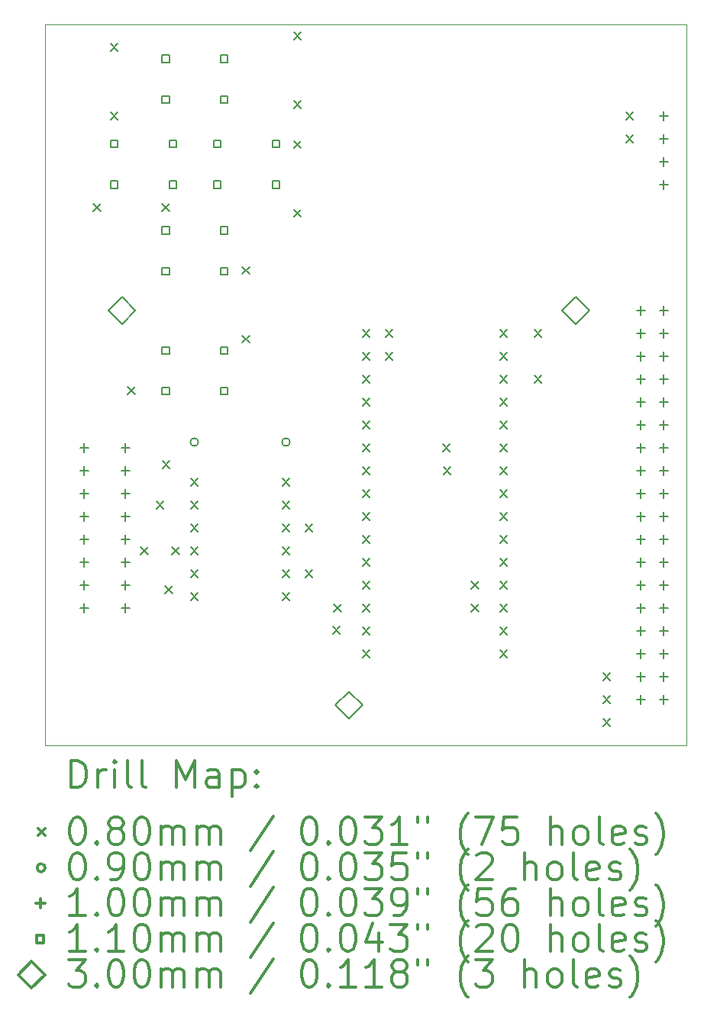
<source format=gbr>
%FSLAX45Y45*%
G04 Gerber Fmt 4.5, Leading zero omitted, Abs format (unit mm)*
G04 Created by KiCad (PCBNEW (5.1.5)-3) date 2022-12-19 02:04:39*
%MOMM*%
%LPD*%
G04 APERTURE LIST*
%TA.AperFunction,Profile*%
%ADD10C,0.050000*%
%TD*%
%ADD11C,0.200000*%
%ADD12C,0.300000*%
G04 APERTURE END LIST*
D10*
X5080000Y-11557000D02*
X12192000Y-11557000D01*
X5080000Y-3556000D02*
X5080000Y-11557000D01*
X12192000Y-3556000D02*
X5080000Y-3556000D01*
X12192000Y-11557000D02*
X12192000Y-3556000D01*
D11*
X5992500Y-7580000D02*
X6072500Y-7660000D01*
X6072500Y-7580000D02*
X5992500Y-7660000D01*
X6135000Y-9358000D02*
X6215000Y-9438000D01*
X6215000Y-9358000D02*
X6135000Y-9438000D01*
X6310000Y-8850000D02*
X6390000Y-8930000D01*
X6390000Y-8850000D02*
X6310000Y-8930000D01*
X6376444Y-8402556D02*
X6456444Y-8482556D01*
X6456444Y-8402556D02*
X6376444Y-8482556D01*
X6407688Y-9788688D02*
X6487688Y-9868688D01*
X6487688Y-9788688D02*
X6407688Y-9868688D01*
X6485000Y-9358000D02*
X6565000Y-9438000D01*
X6565000Y-9358000D02*
X6485000Y-9438000D01*
X7961000Y-9104000D02*
X8041000Y-9184000D01*
X8041000Y-9104000D02*
X7961000Y-9184000D01*
X7961000Y-9612000D02*
X8041000Y-9692000D01*
X8041000Y-9612000D02*
X7961000Y-9692000D01*
X8265800Y-10236840D02*
X8345800Y-10316840D01*
X8345800Y-10236840D02*
X8265800Y-10316840D01*
X8278500Y-9993001D02*
X8358500Y-10073001D01*
X8358500Y-9993001D02*
X8278500Y-10073001D01*
X8850000Y-6945000D02*
X8930000Y-7025000D01*
X8930000Y-6945000D02*
X8850000Y-7025000D01*
X8850000Y-7199000D02*
X8930000Y-7279000D01*
X8930000Y-7199000D02*
X8850000Y-7279000D01*
X9485001Y-8215000D02*
X9565001Y-8295000D01*
X9565001Y-8215000D02*
X9485001Y-8295000D01*
X9493001Y-8469000D02*
X9573001Y-8549000D01*
X9573001Y-8469000D02*
X9493001Y-8549000D01*
X9802500Y-9739000D02*
X9882500Y-9819000D01*
X9882500Y-9739000D02*
X9802500Y-9819000D01*
X9802500Y-9993000D02*
X9882500Y-10073000D01*
X9882500Y-9993000D02*
X9802500Y-10073000D01*
X10501000Y-6943999D02*
X10581000Y-7023999D01*
X10581000Y-6943999D02*
X10501000Y-7023999D01*
X10501000Y-7453000D02*
X10581000Y-7533000D01*
X10581000Y-7453000D02*
X10501000Y-7533000D01*
X11263000Y-11009000D02*
X11343000Y-11089000D01*
X11343000Y-11009000D02*
X11263000Y-11089000D01*
X11263000Y-11263000D02*
X11343000Y-11343000D01*
X11343000Y-11263000D02*
X11263000Y-11343000D01*
X11263140Y-10755140D02*
X11343140Y-10835140D01*
X11343140Y-10755140D02*
X11263140Y-10835140D01*
X11517000Y-4532000D02*
X11597000Y-4612000D01*
X11597000Y-4532000D02*
X11517000Y-4612000D01*
X11517000Y-4786000D02*
X11597000Y-4866000D01*
X11597000Y-4786000D02*
X11517000Y-4866000D01*
X7834000Y-4849500D02*
X7914000Y-4929500D01*
X7914000Y-4849500D02*
X7834000Y-4929500D01*
X7834000Y-5611500D02*
X7914000Y-5691500D01*
X7914000Y-5611500D02*
X7834000Y-5691500D01*
X7834000Y-3643000D02*
X7914000Y-3723000D01*
X7914000Y-3643000D02*
X7834000Y-3723000D01*
X7834000Y-4405000D02*
X7914000Y-4485000D01*
X7914000Y-4405000D02*
X7834000Y-4485000D01*
X5802000Y-3770000D02*
X5882000Y-3850000D01*
X5882000Y-3770000D02*
X5802000Y-3850000D01*
X5802000Y-4532000D02*
X5882000Y-4612000D01*
X5882000Y-4532000D02*
X5802000Y-4612000D01*
X8596000Y-6945000D02*
X8676000Y-7025000D01*
X8676000Y-6945000D02*
X8596000Y-7025000D01*
X8596000Y-7199000D02*
X8676000Y-7279000D01*
X8676000Y-7199000D02*
X8596000Y-7279000D01*
X8596000Y-7453000D02*
X8676000Y-7533000D01*
X8676000Y-7453000D02*
X8596000Y-7533000D01*
X8596000Y-7707000D02*
X8676000Y-7787000D01*
X8676000Y-7707000D02*
X8596000Y-7787000D01*
X8596000Y-7961000D02*
X8676000Y-8041000D01*
X8676000Y-7961000D02*
X8596000Y-8041000D01*
X8596000Y-8215000D02*
X8676000Y-8295000D01*
X8676000Y-8215000D02*
X8596000Y-8295000D01*
X8596000Y-8469000D02*
X8676000Y-8549000D01*
X8676000Y-8469000D02*
X8596000Y-8549000D01*
X8596000Y-8723000D02*
X8676000Y-8803000D01*
X8676000Y-8723000D02*
X8596000Y-8803000D01*
X8596000Y-8977000D02*
X8676000Y-9057000D01*
X8676000Y-8977000D02*
X8596000Y-9057000D01*
X8596000Y-9231000D02*
X8676000Y-9311000D01*
X8676000Y-9231000D02*
X8596000Y-9311000D01*
X8596000Y-9485000D02*
X8676000Y-9565000D01*
X8676000Y-9485000D02*
X8596000Y-9565000D01*
X8596000Y-9739000D02*
X8676000Y-9819000D01*
X8676000Y-9739000D02*
X8596000Y-9819000D01*
X8596000Y-9993000D02*
X8676000Y-10073000D01*
X8676000Y-9993000D02*
X8596000Y-10073000D01*
X8596000Y-10247000D02*
X8676000Y-10327000D01*
X8676000Y-10247000D02*
X8596000Y-10327000D01*
X8596000Y-10501000D02*
X8676000Y-10581000D01*
X8676000Y-10501000D02*
X8596000Y-10581000D01*
X10120000Y-6945000D02*
X10200000Y-7025000D01*
X10200000Y-6945000D02*
X10120000Y-7025000D01*
X10120000Y-7199000D02*
X10200000Y-7279000D01*
X10200000Y-7199000D02*
X10120000Y-7279000D01*
X10120000Y-7453000D02*
X10200000Y-7533000D01*
X10200000Y-7453000D02*
X10120000Y-7533000D01*
X10120000Y-7707000D02*
X10200000Y-7787000D01*
X10200000Y-7707000D02*
X10120000Y-7787000D01*
X10120000Y-7961000D02*
X10200000Y-8041000D01*
X10200000Y-7961000D02*
X10120000Y-8041000D01*
X10120000Y-8215000D02*
X10200000Y-8295000D01*
X10200000Y-8215000D02*
X10120000Y-8295000D01*
X10120000Y-8469000D02*
X10200000Y-8549000D01*
X10200000Y-8469000D02*
X10120000Y-8549000D01*
X10120000Y-8723000D02*
X10200000Y-8803000D01*
X10200000Y-8723000D02*
X10120000Y-8803000D01*
X10120000Y-8977000D02*
X10200000Y-9057000D01*
X10200000Y-8977000D02*
X10120000Y-9057000D01*
X10120000Y-9231000D02*
X10200000Y-9311000D01*
X10200000Y-9231000D02*
X10120000Y-9311000D01*
X10120000Y-9485000D02*
X10200000Y-9565000D01*
X10200000Y-9485000D02*
X10120000Y-9565000D01*
X10120000Y-9739000D02*
X10200000Y-9819000D01*
X10200000Y-9739000D02*
X10120000Y-9819000D01*
X10120000Y-9993000D02*
X10200000Y-10073000D01*
X10200000Y-9993000D02*
X10120000Y-10073000D01*
X10120000Y-10247000D02*
X10200000Y-10327000D01*
X10200000Y-10247000D02*
X10120000Y-10327000D01*
X10120000Y-10501000D02*
X10200000Y-10581000D01*
X10200000Y-10501000D02*
X10120000Y-10581000D01*
X7262500Y-6246500D02*
X7342500Y-6326500D01*
X7342500Y-6246500D02*
X7262500Y-6326500D01*
X7262500Y-7008500D02*
X7342500Y-7088500D01*
X7342500Y-7008500D02*
X7262500Y-7088500D01*
X5611500Y-5548000D02*
X5691500Y-5628000D01*
X5691500Y-5548000D02*
X5611500Y-5628000D01*
X6373500Y-5548000D02*
X6453500Y-5628000D01*
X6453500Y-5548000D02*
X6373500Y-5628000D01*
X6691000Y-8596000D02*
X6771000Y-8676000D01*
X6771000Y-8596000D02*
X6691000Y-8676000D01*
X6691000Y-8850000D02*
X6771000Y-8930000D01*
X6771000Y-8850000D02*
X6691000Y-8930000D01*
X6691000Y-9104000D02*
X6771000Y-9184000D01*
X6771000Y-9104000D02*
X6691000Y-9184000D01*
X6691000Y-9358000D02*
X6771000Y-9438000D01*
X6771000Y-9358000D02*
X6691000Y-9438000D01*
X6691000Y-9612000D02*
X6771000Y-9692000D01*
X6771000Y-9612000D02*
X6691000Y-9692000D01*
X6691000Y-9866000D02*
X6771000Y-9946000D01*
X6771000Y-9866000D02*
X6691000Y-9946000D01*
X7707000Y-8596000D02*
X7787000Y-8676000D01*
X7787000Y-8596000D02*
X7707000Y-8676000D01*
X7707000Y-8850000D02*
X7787000Y-8930000D01*
X7787000Y-8850000D02*
X7707000Y-8930000D01*
X7707000Y-9104000D02*
X7787000Y-9184000D01*
X7787000Y-9104000D02*
X7707000Y-9184000D01*
X7707000Y-9358000D02*
X7787000Y-9438000D01*
X7787000Y-9358000D02*
X7707000Y-9438000D01*
X7707000Y-9612000D02*
X7787000Y-9692000D01*
X7787000Y-9612000D02*
X7707000Y-9692000D01*
X7707000Y-9866000D02*
X7787000Y-9946000D01*
X7787000Y-9866000D02*
X7707000Y-9946000D01*
X6776000Y-8191500D02*
G75*
G03X6776000Y-8191500I-45000J0D01*
G01*
X7792000Y-8191500D02*
G75*
G03X7792000Y-8191500I-45000J0D01*
G01*
X11938000Y-4522000D02*
X11938000Y-4622000D01*
X11888000Y-4572000D02*
X11988000Y-4572000D01*
X11938000Y-4776000D02*
X11938000Y-4876000D01*
X11888000Y-4826000D02*
X11988000Y-4826000D01*
X11938000Y-5030000D02*
X11938000Y-5130000D01*
X11888000Y-5080000D02*
X11988000Y-5080000D01*
X11938000Y-5284000D02*
X11938000Y-5384000D01*
X11888000Y-5334000D02*
X11988000Y-5334000D01*
X5511800Y-8205000D02*
X5511800Y-8305000D01*
X5461800Y-8255000D02*
X5561800Y-8255000D01*
X5511800Y-8459000D02*
X5511800Y-8559000D01*
X5461800Y-8509000D02*
X5561800Y-8509000D01*
X5511800Y-8713000D02*
X5511800Y-8813000D01*
X5461800Y-8763000D02*
X5561800Y-8763000D01*
X5511800Y-8967000D02*
X5511800Y-9067000D01*
X5461800Y-9017000D02*
X5561800Y-9017000D01*
X5511800Y-9221000D02*
X5511800Y-9321000D01*
X5461800Y-9271000D02*
X5561800Y-9271000D01*
X5511800Y-9475000D02*
X5511800Y-9575000D01*
X5461800Y-9525000D02*
X5561800Y-9525000D01*
X5511800Y-9729000D02*
X5511800Y-9829000D01*
X5461800Y-9779000D02*
X5561800Y-9779000D01*
X5511800Y-9983000D02*
X5511800Y-10083000D01*
X5461800Y-10033000D02*
X5561800Y-10033000D01*
X5969000Y-8205000D02*
X5969000Y-8305000D01*
X5919000Y-8255000D02*
X6019000Y-8255000D01*
X5969000Y-8459000D02*
X5969000Y-8559000D01*
X5919000Y-8509000D02*
X6019000Y-8509000D01*
X5969000Y-8713000D02*
X5969000Y-8813000D01*
X5919000Y-8763000D02*
X6019000Y-8763000D01*
X5969000Y-8967000D02*
X5969000Y-9067000D01*
X5919000Y-9017000D02*
X6019000Y-9017000D01*
X5969000Y-9221000D02*
X5969000Y-9321000D01*
X5919000Y-9271000D02*
X6019000Y-9271000D01*
X5969000Y-9475000D02*
X5969000Y-9575000D01*
X5919000Y-9525000D02*
X6019000Y-9525000D01*
X5969000Y-9729000D02*
X5969000Y-9829000D01*
X5919000Y-9779000D02*
X6019000Y-9779000D01*
X5969000Y-9983000D02*
X5969000Y-10083000D01*
X5919000Y-10033000D02*
X6019000Y-10033000D01*
X11684000Y-6681000D02*
X11684000Y-6781000D01*
X11634000Y-6731000D02*
X11734000Y-6731000D01*
X11684000Y-6935000D02*
X11684000Y-7035000D01*
X11634000Y-6985000D02*
X11734000Y-6985000D01*
X11684000Y-7189000D02*
X11684000Y-7289000D01*
X11634000Y-7239000D02*
X11734000Y-7239000D01*
X11684000Y-7443000D02*
X11684000Y-7543000D01*
X11634000Y-7493000D02*
X11734000Y-7493000D01*
X11684000Y-7697000D02*
X11684000Y-7797000D01*
X11634000Y-7747000D02*
X11734000Y-7747000D01*
X11684000Y-7951000D02*
X11684000Y-8051000D01*
X11634000Y-8001000D02*
X11734000Y-8001000D01*
X11684000Y-8205000D02*
X11684000Y-8305000D01*
X11634000Y-8255000D02*
X11734000Y-8255000D01*
X11684000Y-8459000D02*
X11684000Y-8559000D01*
X11634000Y-8509000D02*
X11734000Y-8509000D01*
X11684000Y-8713000D02*
X11684000Y-8813000D01*
X11634000Y-8763000D02*
X11734000Y-8763000D01*
X11684000Y-8967000D02*
X11684000Y-9067000D01*
X11634000Y-9017000D02*
X11734000Y-9017000D01*
X11684000Y-9221000D02*
X11684000Y-9321000D01*
X11634000Y-9271000D02*
X11734000Y-9271000D01*
X11684000Y-9475000D02*
X11684000Y-9575000D01*
X11634000Y-9525000D02*
X11734000Y-9525000D01*
X11684000Y-9729000D02*
X11684000Y-9829000D01*
X11634000Y-9779000D02*
X11734000Y-9779000D01*
X11684000Y-9983000D02*
X11684000Y-10083000D01*
X11634000Y-10033000D02*
X11734000Y-10033000D01*
X11684000Y-10237000D02*
X11684000Y-10337000D01*
X11634000Y-10287000D02*
X11734000Y-10287000D01*
X11684000Y-10491000D02*
X11684000Y-10591000D01*
X11634000Y-10541000D02*
X11734000Y-10541000D01*
X11684000Y-10745000D02*
X11684000Y-10845000D01*
X11634000Y-10795000D02*
X11734000Y-10795000D01*
X11684000Y-10999000D02*
X11684000Y-11099000D01*
X11634000Y-11049000D02*
X11734000Y-11049000D01*
X11938000Y-6681000D02*
X11938000Y-6781000D01*
X11888000Y-6731000D02*
X11988000Y-6731000D01*
X11938000Y-6935000D02*
X11938000Y-7035000D01*
X11888000Y-6985000D02*
X11988000Y-6985000D01*
X11938000Y-7189000D02*
X11938000Y-7289000D01*
X11888000Y-7239000D02*
X11988000Y-7239000D01*
X11938000Y-7443000D02*
X11938000Y-7543000D01*
X11888000Y-7493000D02*
X11988000Y-7493000D01*
X11938000Y-7697000D02*
X11938000Y-7797000D01*
X11888000Y-7747000D02*
X11988000Y-7747000D01*
X11938000Y-7951000D02*
X11938000Y-8051000D01*
X11888000Y-8001000D02*
X11988000Y-8001000D01*
X11938000Y-8205000D02*
X11938000Y-8305000D01*
X11888000Y-8255000D02*
X11988000Y-8255000D01*
X11938000Y-8459000D02*
X11938000Y-8559000D01*
X11888000Y-8509000D02*
X11988000Y-8509000D01*
X11938000Y-8713000D02*
X11938000Y-8813000D01*
X11888000Y-8763000D02*
X11988000Y-8763000D01*
X11938000Y-8967000D02*
X11938000Y-9067000D01*
X11888000Y-9017000D02*
X11988000Y-9017000D01*
X11938000Y-9221000D02*
X11938000Y-9321000D01*
X11888000Y-9271000D02*
X11988000Y-9271000D01*
X11938000Y-9475000D02*
X11938000Y-9575000D01*
X11888000Y-9525000D02*
X11988000Y-9525000D01*
X11938000Y-9729000D02*
X11938000Y-9829000D01*
X11888000Y-9779000D02*
X11988000Y-9779000D01*
X11938000Y-9983000D02*
X11938000Y-10083000D01*
X11888000Y-10033000D02*
X11988000Y-10033000D01*
X11938000Y-10237000D02*
X11938000Y-10337000D01*
X11888000Y-10287000D02*
X11988000Y-10287000D01*
X11938000Y-10491000D02*
X11938000Y-10591000D01*
X11888000Y-10541000D02*
X11988000Y-10541000D01*
X11938000Y-10745000D02*
X11938000Y-10845000D01*
X11888000Y-10795000D02*
X11988000Y-10795000D01*
X11938000Y-10999000D02*
X11938000Y-11099000D01*
X11888000Y-11049000D02*
X11988000Y-11049000D01*
X6452391Y-5880891D02*
X6452391Y-5803109D01*
X6374609Y-5803109D01*
X6374609Y-5880891D01*
X6452391Y-5880891D01*
X6452391Y-6330891D02*
X6452391Y-6253109D01*
X6374609Y-6253109D01*
X6374609Y-6330891D01*
X6452391Y-6330891D01*
X7102391Y-5880891D02*
X7102391Y-5803109D01*
X7024609Y-5803109D01*
X7024609Y-5880891D01*
X7102391Y-5880891D01*
X7102391Y-6330891D02*
X7102391Y-6253109D01*
X7024609Y-6253109D01*
X7024609Y-6330891D01*
X7102391Y-6330891D01*
X6452391Y-3975891D02*
X6452391Y-3898109D01*
X6374609Y-3898109D01*
X6374609Y-3975891D01*
X6452391Y-3975891D01*
X6452391Y-4425891D02*
X6452391Y-4348109D01*
X6374609Y-4348109D01*
X6374609Y-4425891D01*
X6452391Y-4425891D01*
X7102391Y-3975891D02*
X7102391Y-3898109D01*
X7024609Y-3898109D01*
X7024609Y-3975891D01*
X7102391Y-3975891D01*
X7102391Y-4425891D02*
X7102391Y-4348109D01*
X7024609Y-4348109D01*
X7024609Y-4425891D01*
X7102391Y-4425891D01*
X5880891Y-4922891D02*
X5880891Y-4845109D01*
X5803109Y-4845109D01*
X5803109Y-4922891D01*
X5880891Y-4922891D01*
X5880891Y-5372891D02*
X5880891Y-5295109D01*
X5803109Y-5295109D01*
X5803109Y-5372891D01*
X5880891Y-5372891D01*
X6530891Y-4922891D02*
X6530891Y-4845109D01*
X6453109Y-4845109D01*
X6453109Y-4922891D01*
X6530891Y-4922891D01*
X6530891Y-5372891D02*
X6530891Y-5295109D01*
X6453109Y-5295109D01*
X6453109Y-5372891D01*
X6530891Y-5372891D01*
X6452391Y-7214391D02*
X6452391Y-7136609D01*
X6374609Y-7136609D01*
X6374609Y-7214391D01*
X6452391Y-7214391D01*
X6452391Y-7664391D02*
X6452391Y-7586609D01*
X6374609Y-7586609D01*
X6374609Y-7664391D01*
X6452391Y-7664391D01*
X7102391Y-7214391D02*
X7102391Y-7136609D01*
X7024609Y-7136609D01*
X7024609Y-7214391D01*
X7102391Y-7214391D01*
X7102391Y-7664391D02*
X7102391Y-7586609D01*
X7024609Y-7586609D01*
X7024609Y-7664391D01*
X7102391Y-7664391D01*
X7023891Y-4922891D02*
X7023891Y-4845109D01*
X6946109Y-4845109D01*
X6946109Y-4922891D01*
X7023891Y-4922891D01*
X7023891Y-5372891D02*
X7023891Y-5295109D01*
X6946109Y-5295109D01*
X6946109Y-5372891D01*
X7023891Y-5372891D01*
X7673891Y-4922891D02*
X7673891Y-4845109D01*
X7596109Y-4845109D01*
X7596109Y-4922891D01*
X7673891Y-4922891D01*
X7673891Y-5372891D02*
X7673891Y-5295109D01*
X7596109Y-5295109D01*
X7596109Y-5372891D01*
X7673891Y-5372891D01*
X10962000Y-6881000D02*
X11112000Y-6731000D01*
X10962000Y-6581000D01*
X10812000Y-6731000D01*
X10962000Y-6881000D01*
X5929000Y-6881000D02*
X6079000Y-6731000D01*
X5929000Y-6581000D01*
X5779000Y-6731000D01*
X5929000Y-6881000D01*
X8445500Y-11262500D02*
X8595500Y-11112500D01*
X8445500Y-10962500D01*
X8295500Y-11112500D01*
X8445500Y-11262500D01*
D12*
X5363928Y-12025214D02*
X5363928Y-11725214D01*
X5435357Y-11725214D01*
X5478214Y-11739500D01*
X5506786Y-11768071D01*
X5521071Y-11796643D01*
X5535357Y-11853786D01*
X5535357Y-11896643D01*
X5521071Y-11953786D01*
X5506786Y-11982357D01*
X5478214Y-12010929D01*
X5435357Y-12025214D01*
X5363928Y-12025214D01*
X5663928Y-12025214D02*
X5663928Y-11825214D01*
X5663928Y-11882357D02*
X5678214Y-11853786D01*
X5692500Y-11839500D01*
X5721071Y-11825214D01*
X5749643Y-11825214D01*
X5849643Y-12025214D02*
X5849643Y-11825214D01*
X5849643Y-11725214D02*
X5835357Y-11739500D01*
X5849643Y-11753786D01*
X5863928Y-11739500D01*
X5849643Y-11725214D01*
X5849643Y-11753786D01*
X6035357Y-12025214D02*
X6006786Y-12010929D01*
X5992500Y-11982357D01*
X5992500Y-11725214D01*
X6192500Y-12025214D02*
X6163928Y-12010929D01*
X6149643Y-11982357D01*
X6149643Y-11725214D01*
X6535357Y-12025214D02*
X6535357Y-11725214D01*
X6635357Y-11939500D01*
X6735357Y-11725214D01*
X6735357Y-12025214D01*
X7006786Y-12025214D02*
X7006786Y-11868071D01*
X6992500Y-11839500D01*
X6963928Y-11825214D01*
X6906786Y-11825214D01*
X6878214Y-11839500D01*
X7006786Y-12010929D02*
X6978214Y-12025214D01*
X6906786Y-12025214D01*
X6878214Y-12010929D01*
X6863928Y-11982357D01*
X6863928Y-11953786D01*
X6878214Y-11925214D01*
X6906786Y-11910929D01*
X6978214Y-11910929D01*
X7006786Y-11896643D01*
X7149643Y-11825214D02*
X7149643Y-12125214D01*
X7149643Y-11839500D02*
X7178214Y-11825214D01*
X7235357Y-11825214D01*
X7263928Y-11839500D01*
X7278214Y-11853786D01*
X7292500Y-11882357D01*
X7292500Y-11968071D01*
X7278214Y-11996643D01*
X7263928Y-12010929D01*
X7235357Y-12025214D01*
X7178214Y-12025214D01*
X7149643Y-12010929D01*
X7421071Y-11996643D02*
X7435357Y-12010929D01*
X7421071Y-12025214D01*
X7406786Y-12010929D01*
X7421071Y-11996643D01*
X7421071Y-12025214D01*
X7421071Y-11839500D02*
X7435357Y-11853786D01*
X7421071Y-11868071D01*
X7406786Y-11853786D01*
X7421071Y-11839500D01*
X7421071Y-11868071D01*
X4997500Y-12479500D02*
X5077500Y-12559500D01*
X5077500Y-12479500D02*
X4997500Y-12559500D01*
X5421071Y-12355214D02*
X5449643Y-12355214D01*
X5478214Y-12369500D01*
X5492500Y-12383786D01*
X5506786Y-12412357D01*
X5521071Y-12469500D01*
X5521071Y-12540929D01*
X5506786Y-12598071D01*
X5492500Y-12626643D01*
X5478214Y-12640929D01*
X5449643Y-12655214D01*
X5421071Y-12655214D01*
X5392500Y-12640929D01*
X5378214Y-12626643D01*
X5363928Y-12598071D01*
X5349643Y-12540929D01*
X5349643Y-12469500D01*
X5363928Y-12412357D01*
X5378214Y-12383786D01*
X5392500Y-12369500D01*
X5421071Y-12355214D01*
X5649643Y-12626643D02*
X5663928Y-12640929D01*
X5649643Y-12655214D01*
X5635357Y-12640929D01*
X5649643Y-12626643D01*
X5649643Y-12655214D01*
X5835357Y-12483786D02*
X5806786Y-12469500D01*
X5792500Y-12455214D01*
X5778214Y-12426643D01*
X5778214Y-12412357D01*
X5792500Y-12383786D01*
X5806786Y-12369500D01*
X5835357Y-12355214D01*
X5892500Y-12355214D01*
X5921071Y-12369500D01*
X5935357Y-12383786D01*
X5949643Y-12412357D01*
X5949643Y-12426643D01*
X5935357Y-12455214D01*
X5921071Y-12469500D01*
X5892500Y-12483786D01*
X5835357Y-12483786D01*
X5806786Y-12498071D01*
X5792500Y-12512357D01*
X5778214Y-12540929D01*
X5778214Y-12598071D01*
X5792500Y-12626643D01*
X5806786Y-12640929D01*
X5835357Y-12655214D01*
X5892500Y-12655214D01*
X5921071Y-12640929D01*
X5935357Y-12626643D01*
X5949643Y-12598071D01*
X5949643Y-12540929D01*
X5935357Y-12512357D01*
X5921071Y-12498071D01*
X5892500Y-12483786D01*
X6135357Y-12355214D02*
X6163928Y-12355214D01*
X6192500Y-12369500D01*
X6206786Y-12383786D01*
X6221071Y-12412357D01*
X6235357Y-12469500D01*
X6235357Y-12540929D01*
X6221071Y-12598071D01*
X6206786Y-12626643D01*
X6192500Y-12640929D01*
X6163928Y-12655214D01*
X6135357Y-12655214D01*
X6106786Y-12640929D01*
X6092500Y-12626643D01*
X6078214Y-12598071D01*
X6063928Y-12540929D01*
X6063928Y-12469500D01*
X6078214Y-12412357D01*
X6092500Y-12383786D01*
X6106786Y-12369500D01*
X6135357Y-12355214D01*
X6363928Y-12655214D02*
X6363928Y-12455214D01*
X6363928Y-12483786D02*
X6378214Y-12469500D01*
X6406786Y-12455214D01*
X6449643Y-12455214D01*
X6478214Y-12469500D01*
X6492500Y-12498071D01*
X6492500Y-12655214D01*
X6492500Y-12498071D02*
X6506786Y-12469500D01*
X6535357Y-12455214D01*
X6578214Y-12455214D01*
X6606786Y-12469500D01*
X6621071Y-12498071D01*
X6621071Y-12655214D01*
X6763928Y-12655214D02*
X6763928Y-12455214D01*
X6763928Y-12483786D02*
X6778214Y-12469500D01*
X6806786Y-12455214D01*
X6849643Y-12455214D01*
X6878214Y-12469500D01*
X6892500Y-12498071D01*
X6892500Y-12655214D01*
X6892500Y-12498071D02*
X6906786Y-12469500D01*
X6935357Y-12455214D01*
X6978214Y-12455214D01*
X7006786Y-12469500D01*
X7021071Y-12498071D01*
X7021071Y-12655214D01*
X7606786Y-12340929D02*
X7349643Y-12726643D01*
X7992500Y-12355214D02*
X8021071Y-12355214D01*
X8049643Y-12369500D01*
X8063928Y-12383786D01*
X8078214Y-12412357D01*
X8092500Y-12469500D01*
X8092500Y-12540929D01*
X8078214Y-12598071D01*
X8063928Y-12626643D01*
X8049643Y-12640929D01*
X8021071Y-12655214D01*
X7992500Y-12655214D01*
X7963928Y-12640929D01*
X7949643Y-12626643D01*
X7935357Y-12598071D01*
X7921071Y-12540929D01*
X7921071Y-12469500D01*
X7935357Y-12412357D01*
X7949643Y-12383786D01*
X7963928Y-12369500D01*
X7992500Y-12355214D01*
X8221071Y-12626643D02*
X8235357Y-12640929D01*
X8221071Y-12655214D01*
X8206786Y-12640929D01*
X8221071Y-12626643D01*
X8221071Y-12655214D01*
X8421071Y-12355214D02*
X8449643Y-12355214D01*
X8478214Y-12369500D01*
X8492500Y-12383786D01*
X8506786Y-12412357D01*
X8521071Y-12469500D01*
X8521071Y-12540929D01*
X8506786Y-12598071D01*
X8492500Y-12626643D01*
X8478214Y-12640929D01*
X8449643Y-12655214D01*
X8421071Y-12655214D01*
X8392500Y-12640929D01*
X8378214Y-12626643D01*
X8363928Y-12598071D01*
X8349643Y-12540929D01*
X8349643Y-12469500D01*
X8363928Y-12412357D01*
X8378214Y-12383786D01*
X8392500Y-12369500D01*
X8421071Y-12355214D01*
X8621071Y-12355214D02*
X8806786Y-12355214D01*
X8706786Y-12469500D01*
X8749643Y-12469500D01*
X8778214Y-12483786D01*
X8792500Y-12498071D01*
X8806786Y-12526643D01*
X8806786Y-12598071D01*
X8792500Y-12626643D01*
X8778214Y-12640929D01*
X8749643Y-12655214D01*
X8663928Y-12655214D01*
X8635357Y-12640929D01*
X8621071Y-12626643D01*
X9092500Y-12655214D02*
X8921071Y-12655214D01*
X9006786Y-12655214D02*
X9006786Y-12355214D01*
X8978214Y-12398071D01*
X8949643Y-12426643D01*
X8921071Y-12440929D01*
X9206786Y-12355214D02*
X9206786Y-12412357D01*
X9321071Y-12355214D02*
X9321071Y-12412357D01*
X9763928Y-12769500D02*
X9749643Y-12755214D01*
X9721071Y-12712357D01*
X9706786Y-12683786D01*
X9692500Y-12640929D01*
X9678214Y-12569500D01*
X9678214Y-12512357D01*
X9692500Y-12440929D01*
X9706786Y-12398071D01*
X9721071Y-12369500D01*
X9749643Y-12326643D01*
X9763928Y-12312357D01*
X9849643Y-12355214D02*
X10049643Y-12355214D01*
X9921071Y-12655214D01*
X10306786Y-12355214D02*
X10163928Y-12355214D01*
X10149643Y-12498071D01*
X10163928Y-12483786D01*
X10192500Y-12469500D01*
X10263928Y-12469500D01*
X10292500Y-12483786D01*
X10306786Y-12498071D01*
X10321071Y-12526643D01*
X10321071Y-12598071D01*
X10306786Y-12626643D01*
X10292500Y-12640929D01*
X10263928Y-12655214D01*
X10192500Y-12655214D01*
X10163928Y-12640929D01*
X10149643Y-12626643D01*
X10678214Y-12655214D02*
X10678214Y-12355214D01*
X10806786Y-12655214D02*
X10806786Y-12498071D01*
X10792500Y-12469500D01*
X10763928Y-12455214D01*
X10721071Y-12455214D01*
X10692500Y-12469500D01*
X10678214Y-12483786D01*
X10992500Y-12655214D02*
X10963928Y-12640929D01*
X10949643Y-12626643D01*
X10935357Y-12598071D01*
X10935357Y-12512357D01*
X10949643Y-12483786D01*
X10963928Y-12469500D01*
X10992500Y-12455214D01*
X11035357Y-12455214D01*
X11063928Y-12469500D01*
X11078214Y-12483786D01*
X11092500Y-12512357D01*
X11092500Y-12598071D01*
X11078214Y-12626643D01*
X11063928Y-12640929D01*
X11035357Y-12655214D01*
X10992500Y-12655214D01*
X11263928Y-12655214D02*
X11235357Y-12640929D01*
X11221071Y-12612357D01*
X11221071Y-12355214D01*
X11492500Y-12640929D02*
X11463928Y-12655214D01*
X11406786Y-12655214D01*
X11378214Y-12640929D01*
X11363928Y-12612357D01*
X11363928Y-12498071D01*
X11378214Y-12469500D01*
X11406786Y-12455214D01*
X11463928Y-12455214D01*
X11492500Y-12469500D01*
X11506786Y-12498071D01*
X11506786Y-12526643D01*
X11363928Y-12555214D01*
X11621071Y-12640929D02*
X11649643Y-12655214D01*
X11706786Y-12655214D01*
X11735357Y-12640929D01*
X11749643Y-12612357D01*
X11749643Y-12598071D01*
X11735357Y-12569500D01*
X11706786Y-12555214D01*
X11663928Y-12555214D01*
X11635357Y-12540929D01*
X11621071Y-12512357D01*
X11621071Y-12498071D01*
X11635357Y-12469500D01*
X11663928Y-12455214D01*
X11706786Y-12455214D01*
X11735357Y-12469500D01*
X11849643Y-12769500D02*
X11863928Y-12755214D01*
X11892500Y-12712357D01*
X11906786Y-12683786D01*
X11921071Y-12640929D01*
X11935357Y-12569500D01*
X11935357Y-12512357D01*
X11921071Y-12440929D01*
X11906786Y-12398071D01*
X11892500Y-12369500D01*
X11863928Y-12326643D01*
X11849643Y-12312357D01*
X5077500Y-12915500D02*
G75*
G03X5077500Y-12915500I-45000J0D01*
G01*
X5421071Y-12751214D02*
X5449643Y-12751214D01*
X5478214Y-12765500D01*
X5492500Y-12779786D01*
X5506786Y-12808357D01*
X5521071Y-12865500D01*
X5521071Y-12936929D01*
X5506786Y-12994071D01*
X5492500Y-13022643D01*
X5478214Y-13036929D01*
X5449643Y-13051214D01*
X5421071Y-13051214D01*
X5392500Y-13036929D01*
X5378214Y-13022643D01*
X5363928Y-12994071D01*
X5349643Y-12936929D01*
X5349643Y-12865500D01*
X5363928Y-12808357D01*
X5378214Y-12779786D01*
X5392500Y-12765500D01*
X5421071Y-12751214D01*
X5649643Y-13022643D02*
X5663928Y-13036929D01*
X5649643Y-13051214D01*
X5635357Y-13036929D01*
X5649643Y-13022643D01*
X5649643Y-13051214D01*
X5806786Y-13051214D02*
X5863928Y-13051214D01*
X5892500Y-13036929D01*
X5906786Y-13022643D01*
X5935357Y-12979786D01*
X5949643Y-12922643D01*
X5949643Y-12808357D01*
X5935357Y-12779786D01*
X5921071Y-12765500D01*
X5892500Y-12751214D01*
X5835357Y-12751214D01*
X5806786Y-12765500D01*
X5792500Y-12779786D01*
X5778214Y-12808357D01*
X5778214Y-12879786D01*
X5792500Y-12908357D01*
X5806786Y-12922643D01*
X5835357Y-12936929D01*
X5892500Y-12936929D01*
X5921071Y-12922643D01*
X5935357Y-12908357D01*
X5949643Y-12879786D01*
X6135357Y-12751214D02*
X6163928Y-12751214D01*
X6192500Y-12765500D01*
X6206786Y-12779786D01*
X6221071Y-12808357D01*
X6235357Y-12865500D01*
X6235357Y-12936929D01*
X6221071Y-12994071D01*
X6206786Y-13022643D01*
X6192500Y-13036929D01*
X6163928Y-13051214D01*
X6135357Y-13051214D01*
X6106786Y-13036929D01*
X6092500Y-13022643D01*
X6078214Y-12994071D01*
X6063928Y-12936929D01*
X6063928Y-12865500D01*
X6078214Y-12808357D01*
X6092500Y-12779786D01*
X6106786Y-12765500D01*
X6135357Y-12751214D01*
X6363928Y-13051214D02*
X6363928Y-12851214D01*
X6363928Y-12879786D02*
X6378214Y-12865500D01*
X6406786Y-12851214D01*
X6449643Y-12851214D01*
X6478214Y-12865500D01*
X6492500Y-12894071D01*
X6492500Y-13051214D01*
X6492500Y-12894071D02*
X6506786Y-12865500D01*
X6535357Y-12851214D01*
X6578214Y-12851214D01*
X6606786Y-12865500D01*
X6621071Y-12894071D01*
X6621071Y-13051214D01*
X6763928Y-13051214D02*
X6763928Y-12851214D01*
X6763928Y-12879786D02*
X6778214Y-12865500D01*
X6806786Y-12851214D01*
X6849643Y-12851214D01*
X6878214Y-12865500D01*
X6892500Y-12894071D01*
X6892500Y-13051214D01*
X6892500Y-12894071D02*
X6906786Y-12865500D01*
X6935357Y-12851214D01*
X6978214Y-12851214D01*
X7006786Y-12865500D01*
X7021071Y-12894071D01*
X7021071Y-13051214D01*
X7606786Y-12736929D02*
X7349643Y-13122643D01*
X7992500Y-12751214D02*
X8021071Y-12751214D01*
X8049643Y-12765500D01*
X8063928Y-12779786D01*
X8078214Y-12808357D01*
X8092500Y-12865500D01*
X8092500Y-12936929D01*
X8078214Y-12994071D01*
X8063928Y-13022643D01*
X8049643Y-13036929D01*
X8021071Y-13051214D01*
X7992500Y-13051214D01*
X7963928Y-13036929D01*
X7949643Y-13022643D01*
X7935357Y-12994071D01*
X7921071Y-12936929D01*
X7921071Y-12865500D01*
X7935357Y-12808357D01*
X7949643Y-12779786D01*
X7963928Y-12765500D01*
X7992500Y-12751214D01*
X8221071Y-13022643D02*
X8235357Y-13036929D01*
X8221071Y-13051214D01*
X8206786Y-13036929D01*
X8221071Y-13022643D01*
X8221071Y-13051214D01*
X8421071Y-12751214D02*
X8449643Y-12751214D01*
X8478214Y-12765500D01*
X8492500Y-12779786D01*
X8506786Y-12808357D01*
X8521071Y-12865500D01*
X8521071Y-12936929D01*
X8506786Y-12994071D01*
X8492500Y-13022643D01*
X8478214Y-13036929D01*
X8449643Y-13051214D01*
X8421071Y-13051214D01*
X8392500Y-13036929D01*
X8378214Y-13022643D01*
X8363928Y-12994071D01*
X8349643Y-12936929D01*
X8349643Y-12865500D01*
X8363928Y-12808357D01*
X8378214Y-12779786D01*
X8392500Y-12765500D01*
X8421071Y-12751214D01*
X8621071Y-12751214D02*
X8806786Y-12751214D01*
X8706786Y-12865500D01*
X8749643Y-12865500D01*
X8778214Y-12879786D01*
X8792500Y-12894071D01*
X8806786Y-12922643D01*
X8806786Y-12994071D01*
X8792500Y-13022643D01*
X8778214Y-13036929D01*
X8749643Y-13051214D01*
X8663928Y-13051214D01*
X8635357Y-13036929D01*
X8621071Y-13022643D01*
X9078214Y-12751214D02*
X8935357Y-12751214D01*
X8921071Y-12894071D01*
X8935357Y-12879786D01*
X8963928Y-12865500D01*
X9035357Y-12865500D01*
X9063928Y-12879786D01*
X9078214Y-12894071D01*
X9092500Y-12922643D01*
X9092500Y-12994071D01*
X9078214Y-13022643D01*
X9063928Y-13036929D01*
X9035357Y-13051214D01*
X8963928Y-13051214D01*
X8935357Y-13036929D01*
X8921071Y-13022643D01*
X9206786Y-12751214D02*
X9206786Y-12808357D01*
X9321071Y-12751214D02*
X9321071Y-12808357D01*
X9763928Y-13165500D02*
X9749643Y-13151214D01*
X9721071Y-13108357D01*
X9706786Y-13079786D01*
X9692500Y-13036929D01*
X9678214Y-12965500D01*
X9678214Y-12908357D01*
X9692500Y-12836929D01*
X9706786Y-12794071D01*
X9721071Y-12765500D01*
X9749643Y-12722643D01*
X9763928Y-12708357D01*
X9863928Y-12779786D02*
X9878214Y-12765500D01*
X9906786Y-12751214D01*
X9978214Y-12751214D01*
X10006786Y-12765500D01*
X10021071Y-12779786D01*
X10035357Y-12808357D01*
X10035357Y-12836929D01*
X10021071Y-12879786D01*
X9849643Y-13051214D01*
X10035357Y-13051214D01*
X10392500Y-13051214D02*
X10392500Y-12751214D01*
X10521071Y-13051214D02*
X10521071Y-12894071D01*
X10506786Y-12865500D01*
X10478214Y-12851214D01*
X10435357Y-12851214D01*
X10406786Y-12865500D01*
X10392500Y-12879786D01*
X10706786Y-13051214D02*
X10678214Y-13036929D01*
X10663928Y-13022643D01*
X10649643Y-12994071D01*
X10649643Y-12908357D01*
X10663928Y-12879786D01*
X10678214Y-12865500D01*
X10706786Y-12851214D01*
X10749643Y-12851214D01*
X10778214Y-12865500D01*
X10792500Y-12879786D01*
X10806786Y-12908357D01*
X10806786Y-12994071D01*
X10792500Y-13022643D01*
X10778214Y-13036929D01*
X10749643Y-13051214D01*
X10706786Y-13051214D01*
X10978214Y-13051214D02*
X10949643Y-13036929D01*
X10935357Y-13008357D01*
X10935357Y-12751214D01*
X11206786Y-13036929D02*
X11178214Y-13051214D01*
X11121071Y-13051214D01*
X11092500Y-13036929D01*
X11078214Y-13008357D01*
X11078214Y-12894071D01*
X11092500Y-12865500D01*
X11121071Y-12851214D01*
X11178214Y-12851214D01*
X11206786Y-12865500D01*
X11221071Y-12894071D01*
X11221071Y-12922643D01*
X11078214Y-12951214D01*
X11335357Y-13036929D02*
X11363928Y-13051214D01*
X11421071Y-13051214D01*
X11449643Y-13036929D01*
X11463928Y-13008357D01*
X11463928Y-12994071D01*
X11449643Y-12965500D01*
X11421071Y-12951214D01*
X11378214Y-12951214D01*
X11349643Y-12936929D01*
X11335357Y-12908357D01*
X11335357Y-12894071D01*
X11349643Y-12865500D01*
X11378214Y-12851214D01*
X11421071Y-12851214D01*
X11449643Y-12865500D01*
X11563928Y-13165500D02*
X11578214Y-13151214D01*
X11606786Y-13108357D01*
X11621071Y-13079786D01*
X11635357Y-13036929D01*
X11649643Y-12965500D01*
X11649643Y-12908357D01*
X11635357Y-12836929D01*
X11621071Y-12794071D01*
X11606786Y-12765500D01*
X11578214Y-12722643D01*
X11563928Y-12708357D01*
X5027500Y-13261500D02*
X5027500Y-13361500D01*
X4977500Y-13311500D02*
X5077500Y-13311500D01*
X5521071Y-13447214D02*
X5349643Y-13447214D01*
X5435357Y-13447214D02*
X5435357Y-13147214D01*
X5406786Y-13190071D01*
X5378214Y-13218643D01*
X5349643Y-13232929D01*
X5649643Y-13418643D02*
X5663928Y-13432929D01*
X5649643Y-13447214D01*
X5635357Y-13432929D01*
X5649643Y-13418643D01*
X5649643Y-13447214D01*
X5849643Y-13147214D02*
X5878214Y-13147214D01*
X5906786Y-13161500D01*
X5921071Y-13175786D01*
X5935357Y-13204357D01*
X5949643Y-13261500D01*
X5949643Y-13332929D01*
X5935357Y-13390071D01*
X5921071Y-13418643D01*
X5906786Y-13432929D01*
X5878214Y-13447214D01*
X5849643Y-13447214D01*
X5821071Y-13432929D01*
X5806786Y-13418643D01*
X5792500Y-13390071D01*
X5778214Y-13332929D01*
X5778214Y-13261500D01*
X5792500Y-13204357D01*
X5806786Y-13175786D01*
X5821071Y-13161500D01*
X5849643Y-13147214D01*
X6135357Y-13147214D02*
X6163928Y-13147214D01*
X6192500Y-13161500D01*
X6206786Y-13175786D01*
X6221071Y-13204357D01*
X6235357Y-13261500D01*
X6235357Y-13332929D01*
X6221071Y-13390071D01*
X6206786Y-13418643D01*
X6192500Y-13432929D01*
X6163928Y-13447214D01*
X6135357Y-13447214D01*
X6106786Y-13432929D01*
X6092500Y-13418643D01*
X6078214Y-13390071D01*
X6063928Y-13332929D01*
X6063928Y-13261500D01*
X6078214Y-13204357D01*
X6092500Y-13175786D01*
X6106786Y-13161500D01*
X6135357Y-13147214D01*
X6363928Y-13447214D02*
X6363928Y-13247214D01*
X6363928Y-13275786D02*
X6378214Y-13261500D01*
X6406786Y-13247214D01*
X6449643Y-13247214D01*
X6478214Y-13261500D01*
X6492500Y-13290071D01*
X6492500Y-13447214D01*
X6492500Y-13290071D02*
X6506786Y-13261500D01*
X6535357Y-13247214D01*
X6578214Y-13247214D01*
X6606786Y-13261500D01*
X6621071Y-13290071D01*
X6621071Y-13447214D01*
X6763928Y-13447214D02*
X6763928Y-13247214D01*
X6763928Y-13275786D02*
X6778214Y-13261500D01*
X6806786Y-13247214D01*
X6849643Y-13247214D01*
X6878214Y-13261500D01*
X6892500Y-13290071D01*
X6892500Y-13447214D01*
X6892500Y-13290071D02*
X6906786Y-13261500D01*
X6935357Y-13247214D01*
X6978214Y-13247214D01*
X7006786Y-13261500D01*
X7021071Y-13290071D01*
X7021071Y-13447214D01*
X7606786Y-13132929D02*
X7349643Y-13518643D01*
X7992500Y-13147214D02*
X8021071Y-13147214D01*
X8049643Y-13161500D01*
X8063928Y-13175786D01*
X8078214Y-13204357D01*
X8092500Y-13261500D01*
X8092500Y-13332929D01*
X8078214Y-13390071D01*
X8063928Y-13418643D01*
X8049643Y-13432929D01*
X8021071Y-13447214D01*
X7992500Y-13447214D01*
X7963928Y-13432929D01*
X7949643Y-13418643D01*
X7935357Y-13390071D01*
X7921071Y-13332929D01*
X7921071Y-13261500D01*
X7935357Y-13204357D01*
X7949643Y-13175786D01*
X7963928Y-13161500D01*
X7992500Y-13147214D01*
X8221071Y-13418643D02*
X8235357Y-13432929D01*
X8221071Y-13447214D01*
X8206786Y-13432929D01*
X8221071Y-13418643D01*
X8221071Y-13447214D01*
X8421071Y-13147214D02*
X8449643Y-13147214D01*
X8478214Y-13161500D01*
X8492500Y-13175786D01*
X8506786Y-13204357D01*
X8521071Y-13261500D01*
X8521071Y-13332929D01*
X8506786Y-13390071D01*
X8492500Y-13418643D01*
X8478214Y-13432929D01*
X8449643Y-13447214D01*
X8421071Y-13447214D01*
X8392500Y-13432929D01*
X8378214Y-13418643D01*
X8363928Y-13390071D01*
X8349643Y-13332929D01*
X8349643Y-13261500D01*
X8363928Y-13204357D01*
X8378214Y-13175786D01*
X8392500Y-13161500D01*
X8421071Y-13147214D01*
X8621071Y-13147214D02*
X8806786Y-13147214D01*
X8706786Y-13261500D01*
X8749643Y-13261500D01*
X8778214Y-13275786D01*
X8792500Y-13290071D01*
X8806786Y-13318643D01*
X8806786Y-13390071D01*
X8792500Y-13418643D01*
X8778214Y-13432929D01*
X8749643Y-13447214D01*
X8663928Y-13447214D01*
X8635357Y-13432929D01*
X8621071Y-13418643D01*
X8949643Y-13447214D02*
X9006786Y-13447214D01*
X9035357Y-13432929D01*
X9049643Y-13418643D01*
X9078214Y-13375786D01*
X9092500Y-13318643D01*
X9092500Y-13204357D01*
X9078214Y-13175786D01*
X9063928Y-13161500D01*
X9035357Y-13147214D01*
X8978214Y-13147214D01*
X8949643Y-13161500D01*
X8935357Y-13175786D01*
X8921071Y-13204357D01*
X8921071Y-13275786D01*
X8935357Y-13304357D01*
X8949643Y-13318643D01*
X8978214Y-13332929D01*
X9035357Y-13332929D01*
X9063928Y-13318643D01*
X9078214Y-13304357D01*
X9092500Y-13275786D01*
X9206786Y-13147214D02*
X9206786Y-13204357D01*
X9321071Y-13147214D02*
X9321071Y-13204357D01*
X9763928Y-13561500D02*
X9749643Y-13547214D01*
X9721071Y-13504357D01*
X9706786Y-13475786D01*
X9692500Y-13432929D01*
X9678214Y-13361500D01*
X9678214Y-13304357D01*
X9692500Y-13232929D01*
X9706786Y-13190071D01*
X9721071Y-13161500D01*
X9749643Y-13118643D01*
X9763928Y-13104357D01*
X10021071Y-13147214D02*
X9878214Y-13147214D01*
X9863928Y-13290071D01*
X9878214Y-13275786D01*
X9906786Y-13261500D01*
X9978214Y-13261500D01*
X10006786Y-13275786D01*
X10021071Y-13290071D01*
X10035357Y-13318643D01*
X10035357Y-13390071D01*
X10021071Y-13418643D01*
X10006786Y-13432929D01*
X9978214Y-13447214D01*
X9906786Y-13447214D01*
X9878214Y-13432929D01*
X9863928Y-13418643D01*
X10292500Y-13147214D02*
X10235357Y-13147214D01*
X10206786Y-13161500D01*
X10192500Y-13175786D01*
X10163928Y-13218643D01*
X10149643Y-13275786D01*
X10149643Y-13390071D01*
X10163928Y-13418643D01*
X10178214Y-13432929D01*
X10206786Y-13447214D01*
X10263928Y-13447214D01*
X10292500Y-13432929D01*
X10306786Y-13418643D01*
X10321071Y-13390071D01*
X10321071Y-13318643D01*
X10306786Y-13290071D01*
X10292500Y-13275786D01*
X10263928Y-13261500D01*
X10206786Y-13261500D01*
X10178214Y-13275786D01*
X10163928Y-13290071D01*
X10149643Y-13318643D01*
X10678214Y-13447214D02*
X10678214Y-13147214D01*
X10806786Y-13447214D02*
X10806786Y-13290071D01*
X10792500Y-13261500D01*
X10763928Y-13247214D01*
X10721071Y-13247214D01*
X10692500Y-13261500D01*
X10678214Y-13275786D01*
X10992500Y-13447214D02*
X10963928Y-13432929D01*
X10949643Y-13418643D01*
X10935357Y-13390071D01*
X10935357Y-13304357D01*
X10949643Y-13275786D01*
X10963928Y-13261500D01*
X10992500Y-13247214D01*
X11035357Y-13247214D01*
X11063928Y-13261500D01*
X11078214Y-13275786D01*
X11092500Y-13304357D01*
X11092500Y-13390071D01*
X11078214Y-13418643D01*
X11063928Y-13432929D01*
X11035357Y-13447214D01*
X10992500Y-13447214D01*
X11263928Y-13447214D02*
X11235357Y-13432929D01*
X11221071Y-13404357D01*
X11221071Y-13147214D01*
X11492500Y-13432929D02*
X11463928Y-13447214D01*
X11406786Y-13447214D01*
X11378214Y-13432929D01*
X11363928Y-13404357D01*
X11363928Y-13290071D01*
X11378214Y-13261500D01*
X11406786Y-13247214D01*
X11463928Y-13247214D01*
X11492500Y-13261500D01*
X11506786Y-13290071D01*
X11506786Y-13318643D01*
X11363928Y-13347214D01*
X11621071Y-13432929D02*
X11649643Y-13447214D01*
X11706786Y-13447214D01*
X11735357Y-13432929D01*
X11749643Y-13404357D01*
X11749643Y-13390071D01*
X11735357Y-13361500D01*
X11706786Y-13347214D01*
X11663928Y-13347214D01*
X11635357Y-13332929D01*
X11621071Y-13304357D01*
X11621071Y-13290071D01*
X11635357Y-13261500D01*
X11663928Y-13247214D01*
X11706786Y-13247214D01*
X11735357Y-13261500D01*
X11849643Y-13561500D02*
X11863928Y-13547214D01*
X11892500Y-13504357D01*
X11906786Y-13475786D01*
X11921071Y-13432929D01*
X11935357Y-13361500D01*
X11935357Y-13304357D01*
X11921071Y-13232929D01*
X11906786Y-13190071D01*
X11892500Y-13161500D01*
X11863928Y-13118643D01*
X11849643Y-13104357D01*
X5061391Y-13746391D02*
X5061391Y-13668609D01*
X4983609Y-13668609D01*
X4983609Y-13746391D01*
X5061391Y-13746391D01*
X5521071Y-13843214D02*
X5349643Y-13843214D01*
X5435357Y-13843214D02*
X5435357Y-13543214D01*
X5406786Y-13586071D01*
X5378214Y-13614643D01*
X5349643Y-13628929D01*
X5649643Y-13814643D02*
X5663928Y-13828929D01*
X5649643Y-13843214D01*
X5635357Y-13828929D01*
X5649643Y-13814643D01*
X5649643Y-13843214D01*
X5949643Y-13843214D02*
X5778214Y-13843214D01*
X5863928Y-13843214D02*
X5863928Y-13543214D01*
X5835357Y-13586071D01*
X5806786Y-13614643D01*
X5778214Y-13628929D01*
X6135357Y-13543214D02*
X6163928Y-13543214D01*
X6192500Y-13557500D01*
X6206786Y-13571786D01*
X6221071Y-13600357D01*
X6235357Y-13657500D01*
X6235357Y-13728929D01*
X6221071Y-13786071D01*
X6206786Y-13814643D01*
X6192500Y-13828929D01*
X6163928Y-13843214D01*
X6135357Y-13843214D01*
X6106786Y-13828929D01*
X6092500Y-13814643D01*
X6078214Y-13786071D01*
X6063928Y-13728929D01*
X6063928Y-13657500D01*
X6078214Y-13600357D01*
X6092500Y-13571786D01*
X6106786Y-13557500D01*
X6135357Y-13543214D01*
X6363928Y-13843214D02*
X6363928Y-13643214D01*
X6363928Y-13671786D02*
X6378214Y-13657500D01*
X6406786Y-13643214D01*
X6449643Y-13643214D01*
X6478214Y-13657500D01*
X6492500Y-13686071D01*
X6492500Y-13843214D01*
X6492500Y-13686071D02*
X6506786Y-13657500D01*
X6535357Y-13643214D01*
X6578214Y-13643214D01*
X6606786Y-13657500D01*
X6621071Y-13686071D01*
X6621071Y-13843214D01*
X6763928Y-13843214D02*
X6763928Y-13643214D01*
X6763928Y-13671786D02*
X6778214Y-13657500D01*
X6806786Y-13643214D01*
X6849643Y-13643214D01*
X6878214Y-13657500D01*
X6892500Y-13686071D01*
X6892500Y-13843214D01*
X6892500Y-13686071D02*
X6906786Y-13657500D01*
X6935357Y-13643214D01*
X6978214Y-13643214D01*
X7006786Y-13657500D01*
X7021071Y-13686071D01*
X7021071Y-13843214D01*
X7606786Y-13528929D02*
X7349643Y-13914643D01*
X7992500Y-13543214D02*
X8021071Y-13543214D01*
X8049643Y-13557500D01*
X8063928Y-13571786D01*
X8078214Y-13600357D01*
X8092500Y-13657500D01*
X8092500Y-13728929D01*
X8078214Y-13786071D01*
X8063928Y-13814643D01*
X8049643Y-13828929D01*
X8021071Y-13843214D01*
X7992500Y-13843214D01*
X7963928Y-13828929D01*
X7949643Y-13814643D01*
X7935357Y-13786071D01*
X7921071Y-13728929D01*
X7921071Y-13657500D01*
X7935357Y-13600357D01*
X7949643Y-13571786D01*
X7963928Y-13557500D01*
X7992500Y-13543214D01*
X8221071Y-13814643D02*
X8235357Y-13828929D01*
X8221071Y-13843214D01*
X8206786Y-13828929D01*
X8221071Y-13814643D01*
X8221071Y-13843214D01*
X8421071Y-13543214D02*
X8449643Y-13543214D01*
X8478214Y-13557500D01*
X8492500Y-13571786D01*
X8506786Y-13600357D01*
X8521071Y-13657500D01*
X8521071Y-13728929D01*
X8506786Y-13786071D01*
X8492500Y-13814643D01*
X8478214Y-13828929D01*
X8449643Y-13843214D01*
X8421071Y-13843214D01*
X8392500Y-13828929D01*
X8378214Y-13814643D01*
X8363928Y-13786071D01*
X8349643Y-13728929D01*
X8349643Y-13657500D01*
X8363928Y-13600357D01*
X8378214Y-13571786D01*
X8392500Y-13557500D01*
X8421071Y-13543214D01*
X8778214Y-13643214D02*
X8778214Y-13843214D01*
X8706786Y-13528929D02*
X8635357Y-13743214D01*
X8821071Y-13743214D01*
X8906786Y-13543214D02*
X9092500Y-13543214D01*
X8992500Y-13657500D01*
X9035357Y-13657500D01*
X9063928Y-13671786D01*
X9078214Y-13686071D01*
X9092500Y-13714643D01*
X9092500Y-13786071D01*
X9078214Y-13814643D01*
X9063928Y-13828929D01*
X9035357Y-13843214D01*
X8949643Y-13843214D01*
X8921071Y-13828929D01*
X8906786Y-13814643D01*
X9206786Y-13543214D02*
X9206786Y-13600357D01*
X9321071Y-13543214D02*
X9321071Y-13600357D01*
X9763928Y-13957500D02*
X9749643Y-13943214D01*
X9721071Y-13900357D01*
X9706786Y-13871786D01*
X9692500Y-13828929D01*
X9678214Y-13757500D01*
X9678214Y-13700357D01*
X9692500Y-13628929D01*
X9706786Y-13586071D01*
X9721071Y-13557500D01*
X9749643Y-13514643D01*
X9763928Y-13500357D01*
X9863928Y-13571786D02*
X9878214Y-13557500D01*
X9906786Y-13543214D01*
X9978214Y-13543214D01*
X10006786Y-13557500D01*
X10021071Y-13571786D01*
X10035357Y-13600357D01*
X10035357Y-13628929D01*
X10021071Y-13671786D01*
X9849643Y-13843214D01*
X10035357Y-13843214D01*
X10221071Y-13543214D02*
X10249643Y-13543214D01*
X10278214Y-13557500D01*
X10292500Y-13571786D01*
X10306786Y-13600357D01*
X10321071Y-13657500D01*
X10321071Y-13728929D01*
X10306786Y-13786071D01*
X10292500Y-13814643D01*
X10278214Y-13828929D01*
X10249643Y-13843214D01*
X10221071Y-13843214D01*
X10192500Y-13828929D01*
X10178214Y-13814643D01*
X10163928Y-13786071D01*
X10149643Y-13728929D01*
X10149643Y-13657500D01*
X10163928Y-13600357D01*
X10178214Y-13571786D01*
X10192500Y-13557500D01*
X10221071Y-13543214D01*
X10678214Y-13843214D02*
X10678214Y-13543214D01*
X10806786Y-13843214D02*
X10806786Y-13686071D01*
X10792500Y-13657500D01*
X10763928Y-13643214D01*
X10721071Y-13643214D01*
X10692500Y-13657500D01*
X10678214Y-13671786D01*
X10992500Y-13843214D02*
X10963928Y-13828929D01*
X10949643Y-13814643D01*
X10935357Y-13786071D01*
X10935357Y-13700357D01*
X10949643Y-13671786D01*
X10963928Y-13657500D01*
X10992500Y-13643214D01*
X11035357Y-13643214D01*
X11063928Y-13657500D01*
X11078214Y-13671786D01*
X11092500Y-13700357D01*
X11092500Y-13786071D01*
X11078214Y-13814643D01*
X11063928Y-13828929D01*
X11035357Y-13843214D01*
X10992500Y-13843214D01*
X11263928Y-13843214D02*
X11235357Y-13828929D01*
X11221071Y-13800357D01*
X11221071Y-13543214D01*
X11492500Y-13828929D02*
X11463928Y-13843214D01*
X11406786Y-13843214D01*
X11378214Y-13828929D01*
X11363928Y-13800357D01*
X11363928Y-13686071D01*
X11378214Y-13657500D01*
X11406786Y-13643214D01*
X11463928Y-13643214D01*
X11492500Y-13657500D01*
X11506786Y-13686071D01*
X11506786Y-13714643D01*
X11363928Y-13743214D01*
X11621071Y-13828929D02*
X11649643Y-13843214D01*
X11706786Y-13843214D01*
X11735357Y-13828929D01*
X11749643Y-13800357D01*
X11749643Y-13786071D01*
X11735357Y-13757500D01*
X11706786Y-13743214D01*
X11663928Y-13743214D01*
X11635357Y-13728929D01*
X11621071Y-13700357D01*
X11621071Y-13686071D01*
X11635357Y-13657500D01*
X11663928Y-13643214D01*
X11706786Y-13643214D01*
X11735357Y-13657500D01*
X11849643Y-13957500D02*
X11863928Y-13943214D01*
X11892500Y-13900357D01*
X11906786Y-13871786D01*
X11921071Y-13828929D01*
X11935357Y-13757500D01*
X11935357Y-13700357D01*
X11921071Y-13628929D01*
X11906786Y-13586071D01*
X11892500Y-13557500D01*
X11863928Y-13514643D01*
X11849643Y-13500357D01*
X4927500Y-14253500D02*
X5077500Y-14103500D01*
X4927500Y-13953500D01*
X4777500Y-14103500D01*
X4927500Y-14253500D01*
X5335357Y-13939214D02*
X5521071Y-13939214D01*
X5421071Y-14053500D01*
X5463928Y-14053500D01*
X5492500Y-14067786D01*
X5506786Y-14082071D01*
X5521071Y-14110643D01*
X5521071Y-14182071D01*
X5506786Y-14210643D01*
X5492500Y-14224929D01*
X5463928Y-14239214D01*
X5378214Y-14239214D01*
X5349643Y-14224929D01*
X5335357Y-14210643D01*
X5649643Y-14210643D02*
X5663928Y-14224929D01*
X5649643Y-14239214D01*
X5635357Y-14224929D01*
X5649643Y-14210643D01*
X5649643Y-14239214D01*
X5849643Y-13939214D02*
X5878214Y-13939214D01*
X5906786Y-13953500D01*
X5921071Y-13967786D01*
X5935357Y-13996357D01*
X5949643Y-14053500D01*
X5949643Y-14124929D01*
X5935357Y-14182071D01*
X5921071Y-14210643D01*
X5906786Y-14224929D01*
X5878214Y-14239214D01*
X5849643Y-14239214D01*
X5821071Y-14224929D01*
X5806786Y-14210643D01*
X5792500Y-14182071D01*
X5778214Y-14124929D01*
X5778214Y-14053500D01*
X5792500Y-13996357D01*
X5806786Y-13967786D01*
X5821071Y-13953500D01*
X5849643Y-13939214D01*
X6135357Y-13939214D02*
X6163928Y-13939214D01*
X6192500Y-13953500D01*
X6206786Y-13967786D01*
X6221071Y-13996357D01*
X6235357Y-14053500D01*
X6235357Y-14124929D01*
X6221071Y-14182071D01*
X6206786Y-14210643D01*
X6192500Y-14224929D01*
X6163928Y-14239214D01*
X6135357Y-14239214D01*
X6106786Y-14224929D01*
X6092500Y-14210643D01*
X6078214Y-14182071D01*
X6063928Y-14124929D01*
X6063928Y-14053500D01*
X6078214Y-13996357D01*
X6092500Y-13967786D01*
X6106786Y-13953500D01*
X6135357Y-13939214D01*
X6363928Y-14239214D02*
X6363928Y-14039214D01*
X6363928Y-14067786D02*
X6378214Y-14053500D01*
X6406786Y-14039214D01*
X6449643Y-14039214D01*
X6478214Y-14053500D01*
X6492500Y-14082071D01*
X6492500Y-14239214D01*
X6492500Y-14082071D02*
X6506786Y-14053500D01*
X6535357Y-14039214D01*
X6578214Y-14039214D01*
X6606786Y-14053500D01*
X6621071Y-14082071D01*
X6621071Y-14239214D01*
X6763928Y-14239214D02*
X6763928Y-14039214D01*
X6763928Y-14067786D02*
X6778214Y-14053500D01*
X6806786Y-14039214D01*
X6849643Y-14039214D01*
X6878214Y-14053500D01*
X6892500Y-14082071D01*
X6892500Y-14239214D01*
X6892500Y-14082071D02*
X6906786Y-14053500D01*
X6935357Y-14039214D01*
X6978214Y-14039214D01*
X7006786Y-14053500D01*
X7021071Y-14082071D01*
X7021071Y-14239214D01*
X7606786Y-13924929D02*
X7349643Y-14310643D01*
X7992500Y-13939214D02*
X8021071Y-13939214D01*
X8049643Y-13953500D01*
X8063928Y-13967786D01*
X8078214Y-13996357D01*
X8092500Y-14053500D01*
X8092500Y-14124929D01*
X8078214Y-14182071D01*
X8063928Y-14210643D01*
X8049643Y-14224929D01*
X8021071Y-14239214D01*
X7992500Y-14239214D01*
X7963928Y-14224929D01*
X7949643Y-14210643D01*
X7935357Y-14182071D01*
X7921071Y-14124929D01*
X7921071Y-14053500D01*
X7935357Y-13996357D01*
X7949643Y-13967786D01*
X7963928Y-13953500D01*
X7992500Y-13939214D01*
X8221071Y-14210643D02*
X8235357Y-14224929D01*
X8221071Y-14239214D01*
X8206786Y-14224929D01*
X8221071Y-14210643D01*
X8221071Y-14239214D01*
X8521071Y-14239214D02*
X8349643Y-14239214D01*
X8435357Y-14239214D02*
X8435357Y-13939214D01*
X8406786Y-13982071D01*
X8378214Y-14010643D01*
X8349643Y-14024929D01*
X8806786Y-14239214D02*
X8635357Y-14239214D01*
X8721071Y-14239214D02*
X8721071Y-13939214D01*
X8692500Y-13982071D01*
X8663928Y-14010643D01*
X8635357Y-14024929D01*
X8978214Y-14067786D02*
X8949643Y-14053500D01*
X8935357Y-14039214D01*
X8921071Y-14010643D01*
X8921071Y-13996357D01*
X8935357Y-13967786D01*
X8949643Y-13953500D01*
X8978214Y-13939214D01*
X9035357Y-13939214D01*
X9063928Y-13953500D01*
X9078214Y-13967786D01*
X9092500Y-13996357D01*
X9092500Y-14010643D01*
X9078214Y-14039214D01*
X9063928Y-14053500D01*
X9035357Y-14067786D01*
X8978214Y-14067786D01*
X8949643Y-14082071D01*
X8935357Y-14096357D01*
X8921071Y-14124929D01*
X8921071Y-14182071D01*
X8935357Y-14210643D01*
X8949643Y-14224929D01*
X8978214Y-14239214D01*
X9035357Y-14239214D01*
X9063928Y-14224929D01*
X9078214Y-14210643D01*
X9092500Y-14182071D01*
X9092500Y-14124929D01*
X9078214Y-14096357D01*
X9063928Y-14082071D01*
X9035357Y-14067786D01*
X9206786Y-13939214D02*
X9206786Y-13996357D01*
X9321071Y-13939214D02*
X9321071Y-13996357D01*
X9763928Y-14353500D02*
X9749643Y-14339214D01*
X9721071Y-14296357D01*
X9706786Y-14267786D01*
X9692500Y-14224929D01*
X9678214Y-14153500D01*
X9678214Y-14096357D01*
X9692500Y-14024929D01*
X9706786Y-13982071D01*
X9721071Y-13953500D01*
X9749643Y-13910643D01*
X9763928Y-13896357D01*
X9849643Y-13939214D02*
X10035357Y-13939214D01*
X9935357Y-14053500D01*
X9978214Y-14053500D01*
X10006786Y-14067786D01*
X10021071Y-14082071D01*
X10035357Y-14110643D01*
X10035357Y-14182071D01*
X10021071Y-14210643D01*
X10006786Y-14224929D01*
X9978214Y-14239214D01*
X9892500Y-14239214D01*
X9863928Y-14224929D01*
X9849643Y-14210643D01*
X10392500Y-14239214D02*
X10392500Y-13939214D01*
X10521071Y-14239214D02*
X10521071Y-14082071D01*
X10506786Y-14053500D01*
X10478214Y-14039214D01*
X10435357Y-14039214D01*
X10406786Y-14053500D01*
X10392500Y-14067786D01*
X10706786Y-14239214D02*
X10678214Y-14224929D01*
X10663928Y-14210643D01*
X10649643Y-14182071D01*
X10649643Y-14096357D01*
X10663928Y-14067786D01*
X10678214Y-14053500D01*
X10706786Y-14039214D01*
X10749643Y-14039214D01*
X10778214Y-14053500D01*
X10792500Y-14067786D01*
X10806786Y-14096357D01*
X10806786Y-14182071D01*
X10792500Y-14210643D01*
X10778214Y-14224929D01*
X10749643Y-14239214D01*
X10706786Y-14239214D01*
X10978214Y-14239214D02*
X10949643Y-14224929D01*
X10935357Y-14196357D01*
X10935357Y-13939214D01*
X11206786Y-14224929D02*
X11178214Y-14239214D01*
X11121071Y-14239214D01*
X11092500Y-14224929D01*
X11078214Y-14196357D01*
X11078214Y-14082071D01*
X11092500Y-14053500D01*
X11121071Y-14039214D01*
X11178214Y-14039214D01*
X11206786Y-14053500D01*
X11221071Y-14082071D01*
X11221071Y-14110643D01*
X11078214Y-14139214D01*
X11335357Y-14224929D02*
X11363928Y-14239214D01*
X11421071Y-14239214D01*
X11449643Y-14224929D01*
X11463928Y-14196357D01*
X11463928Y-14182071D01*
X11449643Y-14153500D01*
X11421071Y-14139214D01*
X11378214Y-14139214D01*
X11349643Y-14124929D01*
X11335357Y-14096357D01*
X11335357Y-14082071D01*
X11349643Y-14053500D01*
X11378214Y-14039214D01*
X11421071Y-14039214D01*
X11449643Y-14053500D01*
X11563928Y-14353500D02*
X11578214Y-14339214D01*
X11606786Y-14296357D01*
X11621071Y-14267786D01*
X11635357Y-14224929D01*
X11649643Y-14153500D01*
X11649643Y-14096357D01*
X11635357Y-14024929D01*
X11621071Y-13982071D01*
X11606786Y-13953500D01*
X11578214Y-13910643D01*
X11563928Y-13896357D01*
M02*

</source>
